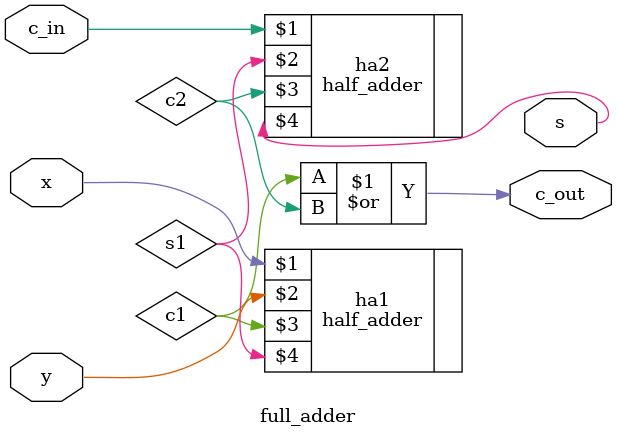
<source format=v>
module full_adder(
	input x,
	input y,
	input c_in,
	output c_out,
	output s
);

	wire s1,c1,c2;
	half_adder ha1(x,y,c1,s1);
	half_adder ha2(c_in,s1,c2,s);
	or(c_out,c1,c2);
	

endmodule
</source>
